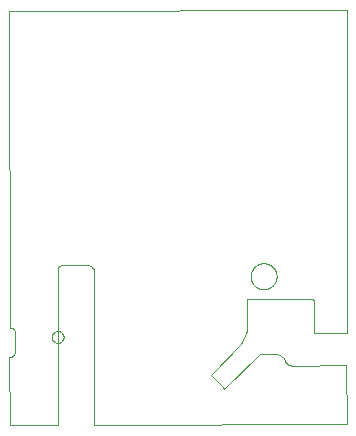
<source format=gbp>
G75*
%MOIN*%
%OFA0B0*%
%FSLAX25Y25*%
%IPPOS*%
%LPD*%
%AMOC8*
5,1,8,0,0,1.08239X$1,22.5*
%
%ADD10C,0.00200*%
%ADD11C,0.00000*%
D10*
X0007139Y0006452D02*
X0023169Y0006452D01*
X0023164Y0006446D02*
X0023231Y0058499D01*
X0023243Y0058575D01*
X0023260Y0058651D01*
X0023280Y0058725D01*
X0023304Y0058799D01*
X0023332Y0058871D01*
X0023363Y0058942D01*
X0023398Y0059011D01*
X0023436Y0059079D01*
X0023478Y0059144D01*
X0023523Y0059207D01*
X0023571Y0059268D01*
X0023622Y0059326D01*
X0023676Y0059381D01*
X0023733Y0059434D01*
X0023792Y0059484D01*
X0023854Y0059531D01*
X0023918Y0059574D01*
X0023984Y0059614D01*
X0024053Y0059651D01*
X0024123Y0059685D01*
X0024194Y0059714D01*
X0024267Y0059740D01*
X0024341Y0059763D01*
X0024416Y0059781D01*
X0024493Y0059796D01*
X0024569Y0059807D01*
X0024646Y0059814D01*
X0024724Y0059817D01*
X0024801Y0059816D01*
X0024879Y0059811D01*
X0024956Y0059802D01*
X0024950Y0059801D02*
X0033087Y0059799D01*
X0033062Y0059803D02*
X0033151Y0059807D01*
X0033241Y0059806D01*
X0033330Y0059802D01*
X0033419Y0059794D01*
X0033508Y0059782D01*
X0033596Y0059766D01*
X0033683Y0059747D01*
X0033769Y0059723D01*
X0033854Y0059696D01*
X0033938Y0059666D01*
X0034021Y0059631D01*
X0034102Y0059593D01*
X0034181Y0059552D01*
X0034258Y0059507D01*
X0034333Y0059458D01*
X0034406Y0059407D01*
X0034477Y0059352D01*
X0034545Y0059295D01*
X0034611Y0059234D01*
X0034674Y0059171D01*
X0034734Y0059105D01*
X0034792Y0059036D01*
X0034846Y0058965D01*
X0034897Y0058891D01*
X0034945Y0058816D01*
X0034989Y0058738D01*
X0035030Y0058659D01*
X0035068Y0058578D01*
X0035102Y0058495D01*
X0035132Y0058411D01*
X0035159Y0058326D01*
X0035182Y0058239D01*
X0035201Y0058152D01*
X0035216Y0058064D01*
X0035227Y0057975D01*
X0035235Y0057886D01*
X0035201Y0006565D01*
X0035202Y0006565D02*
X0119531Y0006905D01*
X0119534Y0006905D02*
X0119427Y0026460D01*
X0119429Y0026459D02*
X0101408Y0026325D01*
X0101537Y0026337D02*
X0101435Y0026332D01*
X0101334Y0026331D01*
X0101233Y0026334D01*
X0101132Y0026340D01*
X0101031Y0026351D01*
X0100931Y0026365D01*
X0100831Y0026383D01*
X0100732Y0026405D01*
X0100634Y0026430D01*
X0100537Y0026460D01*
X0100441Y0026493D01*
X0100347Y0026530D01*
X0100254Y0026570D01*
X0100162Y0026614D01*
X0100073Y0026661D01*
X0099985Y0026712D01*
X0099899Y0026766D01*
X0099816Y0026823D01*
X0099734Y0026883D01*
X0099655Y0026947D01*
X0099579Y0027013D01*
X0099505Y0027083D01*
X0099434Y0027155D01*
X0099365Y0027230D01*
X0099300Y0027307D01*
X0099238Y0027387D01*
X0099178Y0027469D01*
X0099122Y0027553D01*
X0099069Y0027640D01*
X0099020Y0027728D01*
X0098974Y0027818D01*
X0098931Y0027910D01*
X0098892Y0028004D01*
X0098857Y0028099D01*
X0098825Y0028195D01*
X0098797Y0028292D01*
X0098773Y0028391D01*
X0098752Y0028490D01*
X0098735Y0028590D01*
X0098722Y0028690D01*
X0098713Y0028791D01*
X0098712Y0028794D02*
X0096565Y0030344D01*
X0090592Y0030344D01*
X0078779Y0018497D01*
X0078242Y0019068D01*
X0074584Y0022726D01*
X0074450Y0023162D01*
X0074451Y0023163D02*
X0084350Y0033532D01*
X0086263Y0037895D01*
X0086296Y0048566D01*
X0096532Y0048533D01*
X0101069Y0048535D01*
X0101061Y0048532D02*
X0107339Y0048579D01*
X0107334Y0048579D02*
X0107397Y0048594D01*
X0107461Y0048606D01*
X0107526Y0048615D01*
X0107591Y0048619D01*
X0107656Y0048620D01*
X0107721Y0048617D01*
X0107786Y0048610D01*
X0107850Y0048599D01*
X0107913Y0048585D01*
X0107976Y0048567D01*
X0108037Y0048546D01*
X0108097Y0048520D01*
X0108156Y0048492D01*
X0108213Y0048460D01*
X0108267Y0048425D01*
X0108320Y0048387D01*
X0108370Y0048345D01*
X0108418Y0048301D01*
X0108463Y0048254D01*
X0108506Y0048205D01*
X0108545Y0048153D01*
X0108582Y0048099D01*
X0108615Y0048043D01*
X0108645Y0047985D01*
X0108671Y0047926D01*
X0108694Y0047865D01*
X0108714Y0047803D01*
X0108711Y0047810D02*
X0108714Y0037240D01*
X0119623Y0037292D01*
X0119623Y0037293D02*
X0119529Y0144834D01*
X0119528Y0144834D02*
X0006889Y0144555D01*
X0006890Y0144557D02*
X0007149Y0039040D01*
X0007149Y0039045D02*
X0007226Y0039052D01*
X0007303Y0039055D01*
X0007380Y0039054D01*
X0007457Y0039050D01*
X0007533Y0039042D01*
X0007610Y0039030D01*
X0007685Y0039014D01*
X0007760Y0038995D01*
X0007833Y0038972D01*
X0007906Y0038945D01*
X0007976Y0038915D01*
X0008046Y0038882D01*
X0008114Y0038845D01*
X0008179Y0038805D01*
X0008243Y0038761D01*
X0008305Y0038715D01*
X0008364Y0038666D01*
X0008420Y0038614D01*
X0008475Y0038559D01*
X0008526Y0038501D01*
X0008574Y0038441D01*
X0008620Y0038379D01*
X0008662Y0038315D01*
X0008701Y0038248D01*
X0008737Y0038180D01*
X0008769Y0038110D01*
X0008798Y0038039D01*
X0008824Y0037966D01*
X0008845Y0037892D01*
X0008864Y0037817D01*
X0008878Y0037741D01*
X0008889Y0037665D01*
X0008889Y0031065D01*
X0008891Y0030980D01*
X0008889Y0030896D01*
X0008884Y0030811D01*
X0008874Y0030727D01*
X0008861Y0030644D01*
X0008844Y0030561D01*
X0008823Y0030479D01*
X0008798Y0030398D01*
X0008769Y0030318D01*
X0008737Y0030240D01*
X0008701Y0030163D01*
X0008662Y0030088D01*
X0008619Y0030015D01*
X0008573Y0029944D01*
X0008524Y0029875D01*
X0008472Y0029809D01*
X0008416Y0029745D01*
X0008358Y0029683D01*
X0008297Y0029625D01*
X0008234Y0029569D01*
X0008167Y0029516D01*
X0008099Y0029467D01*
X0008028Y0029420D01*
X0007955Y0029377D01*
X0007880Y0029337D01*
X0007804Y0029301D01*
X0007726Y0029269D01*
X0007646Y0029240D01*
X0007566Y0029214D01*
X0007484Y0029193D01*
X0007401Y0029175D01*
X0007317Y0029161D01*
X0007233Y0029151D01*
X0007149Y0029145D01*
X0007119Y0029145D01*
X0007123Y0029141D02*
X0007162Y0006458D01*
X0007154Y0029160D02*
X0007183Y0029160D01*
D11*
X0021234Y0035880D02*
X0021236Y0035968D01*
X0021242Y0036056D01*
X0021252Y0036144D01*
X0021266Y0036232D01*
X0021283Y0036318D01*
X0021305Y0036404D01*
X0021330Y0036488D01*
X0021360Y0036572D01*
X0021392Y0036654D01*
X0021429Y0036734D01*
X0021469Y0036813D01*
X0021513Y0036890D01*
X0021560Y0036965D01*
X0021610Y0037037D01*
X0021664Y0037108D01*
X0021720Y0037175D01*
X0021780Y0037241D01*
X0021842Y0037303D01*
X0021908Y0037363D01*
X0021975Y0037419D01*
X0022046Y0037473D01*
X0022118Y0037523D01*
X0022193Y0037570D01*
X0022270Y0037614D01*
X0022349Y0037654D01*
X0022429Y0037691D01*
X0022511Y0037723D01*
X0022595Y0037753D01*
X0022679Y0037778D01*
X0022765Y0037800D01*
X0022851Y0037817D01*
X0022939Y0037831D01*
X0023027Y0037841D01*
X0023115Y0037847D01*
X0023203Y0037849D01*
X0023291Y0037847D01*
X0023379Y0037841D01*
X0023467Y0037831D01*
X0023555Y0037817D01*
X0023641Y0037800D01*
X0023727Y0037778D01*
X0023811Y0037753D01*
X0023895Y0037723D01*
X0023977Y0037691D01*
X0024057Y0037654D01*
X0024136Y0037614D01*
X0024213Y0037570D01*
X0024288Y0037523D01*
X0024360Y0037473D01*
X0024431Y0037419D01*
X0024498Y0037363D01*
X0024564Y0037303D01*
X0024626Y0037241D01*
X0024686Y0037175D01*
X0024742Y0037108D01*
X0024796Y0037037D01*
X0024846Y0036965D01*
X0024893Y0036890D01*
X0024937Y0036813D01*
X0024977Y0036734D01*
X0025014Y0036654D01*
X0025046Y0036572D01*
X0025076Y0036488D01*
X0025101Y0036404D01*
X0025123Y0036318D01*
X0025140Y0036232D01*
X0025154Y0036144D01*
X0025164Y0036056D01*
X0025170Y0035968D01*
X0025172Y0035880D01*
X0025170Y0035792D01*
X0025164Y0035704D01*
X0025154Y0035616D01*
X0025140Y0035528D01*
X0025123Y0035442D01*
X0025101Y0035356D01*
X0025076Y0035272D01*
X0025046Y0035188D01*
X0025014Y0035106D01*
X0024977Y0035026D01*
X0024937Y0034947D01*
X0024893Y0034870D01*
X0024846Y0034795D01*
X0024796Y0034723D01*
X0024742Y0034652D01*
X0024686Y0034585D01*
X0024626Y0034519D01*
X0024564Y0034457D01*
X0024498Y0034397D01*
X0024431Y0034341D01*
X0024360Y0034287D01*
X0024288Y0034237D01*
X0024213Y0034190D01*
X0024136Y0034146D01*
X0024057Y0034106D01*
X0023977Y0034069D01*
X0023895Y0034037D01*
X0023811Y0034007D01*
X0023727Y0033982D01*
X0023641Y0033960D01*
X0023555Y0033943D01*
X0023467Y0033929D01*
X0023379Y0033919D01*
X0023291Y0033913D01*
X0023203Y0033911D01*
X0023115Y0033913D01*
X0023027Y0033919D01*
X0022939Y0033929D01*
X0022851Y0033943D01*
X0022765Y0033960D01*
X0022679Y0033982D01*
X0022595Y0034007D01*
X0022511Y0034037D01*
X0022429Y0034069D01*
X0022349Y0034106D01*
X0022270Y0034146D01*
X0022193Y0034190D01*
X0022118Y0034237D01*
X0022046Y0034287D01*
X0021975Y0034341D01*
X0021908Y0034397D01*
X0021842Y0034457D01*
X0021780Y0034519D01*
X0021720Y0034585D01*
X0021664Y0034652D01*
X0021610Y0034723D01*
X0021560Y0034795D01*
X0021513Y0034870D01*
X0021469Y0034947D01*
X0021429Y0035026D01*
X0021392Y0035106D01*
X0021360Y0035188D01*
X0021330Y0035272D01*
X0021305Y0035356D01*
X0021283Y0035442D01*
X0021266Y0035528D01*
X0021252Y0035616D01*
X0021242Y0035704D01*
X0021236Y0035792D01*
X0021234Y0035880D01*
X0087502Y0056126D02*
X0087504Y0056257D01*
X0087510Y0056389D01*
X0087520Y0056520D01*
X0087534Y0056651D01*
X0087552Y0056781D01*
X0087574Y0056910D01*
X0087599Y0057039D01*
X0087629Y0057167D01*
X0087663Y0057294D01*
X0087700Y0057421D01*
X0087741Y0057545D01*
X0087786Y0057669D01*
X0087835Y0057791D01*
X0087887Y0057912D01*
X0087943Y0058030D01*
X0088003Y0058148D01*
X0088066Y0058263D01*
X0088133Y0058376D01*
X0088203Y0058488D01*
X0088276Y0058597D01*
X0088352Y0058703D01*
X0088432Y0058808D01*
X0088515Y0058910D01*
X0088601Y0059009D01*
X0088690Y0059106D01*
X0088782Y0059200D01*
X0088877Y0059291D01*
X0088974Y0059380D01*
X0089074Y0059465D01*
X0089177Y0059547D01*
X0089282Y0059626D01*
X0089389Y0059702D01*
X0089499Y0059774D01*
X0089611Y0059843D01*
X0089725Y0059909D01*
X0089840Y0059971D01*
X0089958Y0060030D01*
X0090077Y0060085D01*
X0090198Y0060137D01*
X0090321Y0060184D01*
X0090445Y0060228D01*
X0090570Y0060269D01*
X0090696Y0060305D01*
X0090824Y0060338D01*
X0090952Y0060366D01*
X0091081Y0060391D01*
X0091211Y0060412D01*
X0091341Y0060429D01*
X0091472Y0060442D01*
X0091603Y0060451D01*
X0091734Y0060456D01*
X0091866Y0060457D01*
X0091997Y0060454D01*
X0092129Y0060447D01*
X0092260Y0060436D01*
X0092390Y0060421D01*
X0092520Y0060402D01*
X0092650Y0060379D01*
X0092778Y0060353D01*
X0092906Y0060322D01*
X0093033Y0060287D01*
X0093159Y0060249D01*
X0093283Y0060207D01*
X0093407Y0060161D01*
X0093528Y0060111D01*
X0093648Y0060058D01*
X0093767Y0060001D01*
X0093884Y0059941D01*
X0093998Y0059877D01*
X0094111Y0059809D01*
X0094222Y0059738D01*
X0094331Y0059664D01*
X0094437Y0059587D01*
X0094541Y0059506D01*
X0094642Y0059423D01*
X0094741Y0059336D01*
X0094837Y0059246D01*
X0094930Y0059153D01*
X0095021Y0059058D01*
X0095108Y0058960D01*
X0095193Y0058859D01*
X0095274Y0058756D01*
X0095352Y0058650D01*
X0095427Y0058542D01*
X0095499Y0058432D01*
X0095567Y0058320D01*
X0095632Y0058206D01*
X0095693Y0058089D01*
X0095751Y0057971D01*
X0095805Y0057851D01*
X0095856Y0057730D01*
X0095903Y0057607D01*
X0095946Y0057483D01*
X0095985Y0057358D01*
X0096021Y0057231D01*
X0096052Y0057103D01*
X0096080Y0056975D01*
X0096104Y0056846D01*
X0096124Y0056716D01*
X0096140Y0056585D01*
X0096152Y0056454D01*
X0096160Y0056323D01*
X0096164Y0056192D01*
X0096164Y0056060D01*
X0096160Y0055929D01*
X0096152Y0055798D01*
X0096140Y0055667D01*
X0096124Y0055536D01*
X0096104Y0055406D01*
X0096080Y0055277D01*
X0096052Y0055149D01*
X0096021Y0055021D01*
X0095985Y0054894D01*
X0095946Y0054769D01*
X0095903Y0054645D01*
X0095856Y0054522D01*
X0095805Y0054401D01*
X0095751Y0054281D01*
X0095693Y0054163D01*
X0095632Y0054046D01*
X0095567Y0053932D01*
X0095499Y0053820D01*
X0095427Y0053710D01*
X0095352Y0053602D01*
X0095274Y0053496D01*
X0095193Y0053393D01*
X0095108Y0053292D01*
X0095021Y0053194D01*
X0094930Y0053099D01*
X0094837Y0053006D01*
X0094741Y0052916D01*
X0094642Y0052829D01*
X0094541Y0052746D01*
X0094437Y0052665D01*
X0094331Y0052588D01*
X0094222Y0052514D01*
X0094111Y0052443D01*
X0093999Y0052375D01*
X0093884Y0052311D01*
X0093767Y0052251D01*
X0093648Y0052194D01*
X0093528Y0052141D01*
X0093407Y0052091D01*
X0093283Y0052045D01*
X0093159Y0052003D01*
X0093033Y0051965D01*
X0092906Y0051930D01*
X0092778Y0051899D01*
X0092650Y0051873D01*
X0092520Y0051850D01*
X0092390Y0051831D01*
X0092260Y0051816D01*
X0092129Y0051805D01*
X0091997Y0051798D01*
X0091866Y0051795D01*
X0091734Y0051796D01*
X0091603Y0051801D01*
X0091472Y0051810D01*
X0091341Y0051823D01*
X0091211Y0051840D01*
X0091081Y0051861D01*
X0090952Y0051886D01*
X0090824Y0051914D01*
X0090696Y0051947D01*
X0090570Y0051983D01*
X0090445Y0052024D01*
X0090321Y0052068D01*
X0090198Y0052115D01*
X0090077Y0052167D01*
X0089958Y0052222D01*
X0089840Y0052281D01*
X0089725Y0052343D01*
X0089611Y0052409D01*
X0089499Y0052478D01*
X0089389Y0052550D01*
X0089282Y0052626D01*
X0089177Y0052705D01*
X0089074Y0052787D01*
X0088974Y0052872D01*
X0088877Y0052961D01*
X0088782Y0053052D01*
X0088690Y0053146D01*
X0088601Y0053243D01*
X0088515Y0053342D01*
X0088432Y0053444D01*
X0088352Y0053549D01*
X0088276Y0053655D01*
X0088203Y0053764D01*
X0088133Y0053876D01*
X0088066Y0053989D01*
X0088003Y0054104D01*
X0087943Y0054222D01*
X0087887Y0054340D01*
X0087835Y0054461D01*
X0087786Y0054583D01*
X0087741Y0054707D01*
X0087700Y0054831D01*
X0087663Y0054958D01*
X0087629Y0055085D01*
X0087599Y0055213D01*
X0087574Y0055342D01*
X0087552Y0055471D01*
X0087534Y0055601D01*
X0087520Y0055732D01*
X0087510Y0055863D01*
X0087504Y0055995D01*
X0087502Y0056126D01*
M02*

</source>
